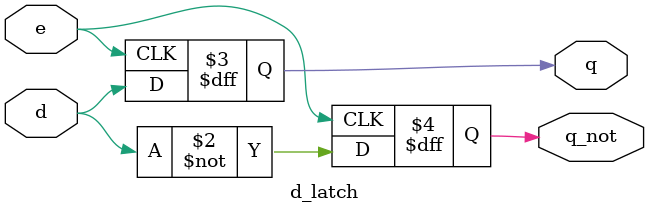
<source format=v>
module d_latch (e, d, q, q_not);
   // Since we didn't specify widths, each of these registers is 1 bit wide
   input wire e, d;              // e and d are input wires (nets)
   output reg q, q_not;          // q and q_not are output registers

   always @(posedge e) begin     // On each positive edge of the input e,
      q = d;                     //    set q to the value of d
      q_not = ~d;                //    and d to the bitwise negation of d
   end
endmodule

</source>
